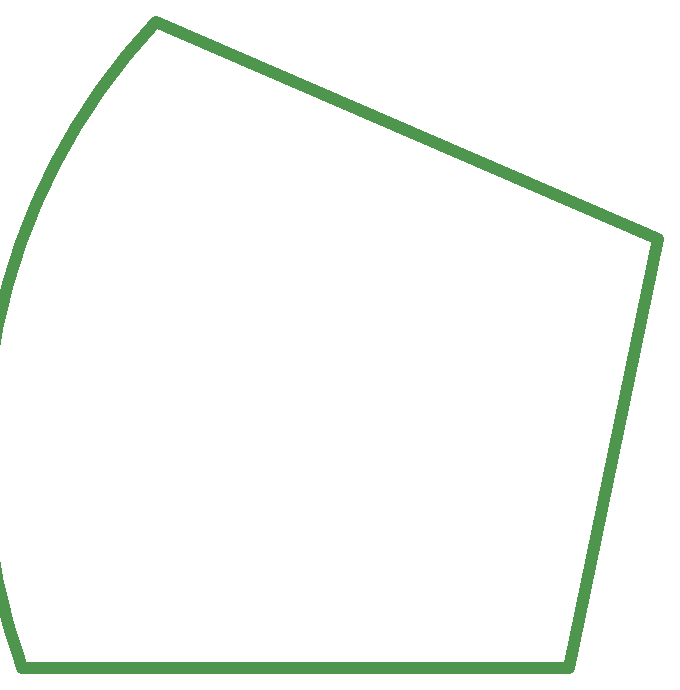
<source format=gbr>
%TF.GenerationSoftware,KiCad,Pcbnew,(6.0.6)*%
%TF.CreationDate,2022-09-18T12:13:00-04:00*%
%TF.ProjectId,tier2,74696572-322e-46b6-9963-61645f706362,rev?*%
%TF.SameCoordinates,Original*%
%TF.FileFunction,Soldermask,Bot*%
%TF.FilePolarity,Negative*%
%FSLAX46Y46*%
G04 Gerber Fmt 4.6, Leading zero omitted, Abs format (unit mm)*
G04 Created by KiCad (PCBNEW (6.0.6)) date 2022-09-18 12:13:00*
%MOMM*%
%LPD*%
G01*
G04 APERTURE LIST*
%ADD10C,1.000000*%
G04 APERTURE END LIST*
D10*
X120050000Y-60225000D02*
G75*
G03*
X108717074Y-114892526I38763935J-36544467D01*
G01*
X120050000Y-60225000D02*
X162575000Y-78650000D01*
X155050000Y-114900000D02*
X108725000Y-114900000D01*
X162575000Y-78650000D02*
X155050000Y-114900000D01*
M02*

</source>
